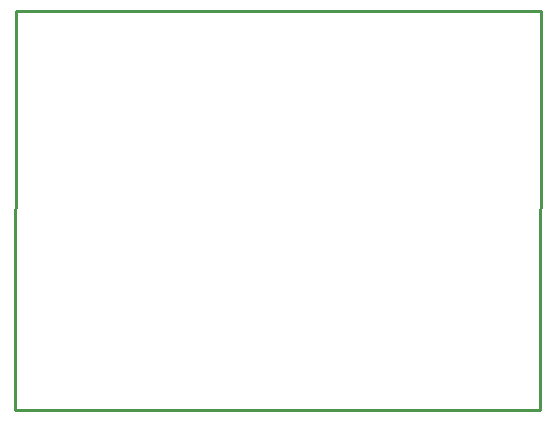
<source format=gko>
G04 Layer: BoardOutlineLayer*
G04 EasyEDA v6.5.15, 2022-08-31 14:33:10*
G04 7f742d56b1564ff082f2a7d2e7a97bc1,d16243303ffc4a33bbfddbaf118a1a26,10*
G04 Gerber Generator version 0.2*
G04 Scale: 100 percent, Rotated: No, Reflected: No *
G04 Dimensions in millimeters *
G04 leading zeros omitted , absolute positions ,4 integer and 5 decimal *
%FSLAX45Y45*%
%MOMM*%

%ADD10C,0.2540*%
D10*
X711200Y12446000D02*
G01*
X5156200Y12446000D01*
X5143500Y9067800D01*
X698500Y9067800D01*
X711200Y12446000D01*

%LPD*%
M02*

</source>
